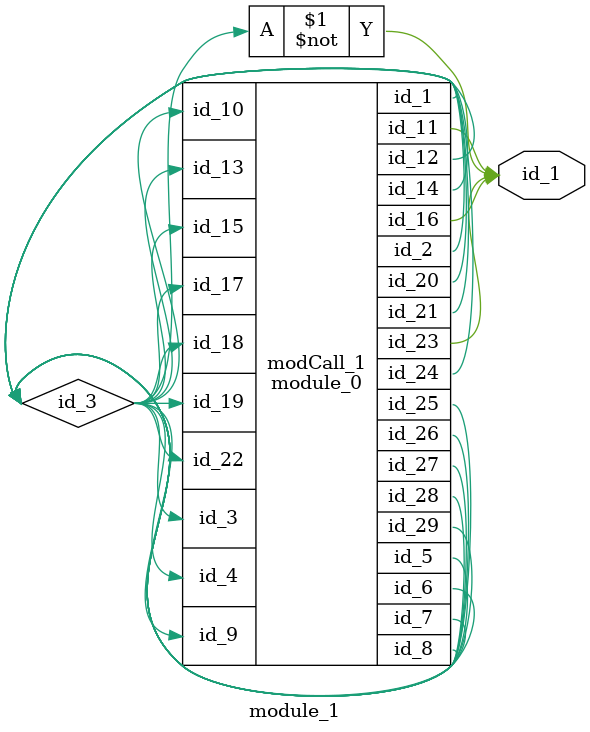
<source format=v>
module module_0 (
    id_1,
    id_2,
    id_3,
    id_4,
    id_5,
    id_6,
    id_7,
    id_8,
    id_9,
    id_10,
    id_11,
    id_12,
    id_13,
    id_14,
    id_15,
    id_16,
    id_17,
    id_18,
    id_19,
    id_20,
    id_21,
    id_22,
    id_23,
    id_24,
    id_25,
    id_26,
    id_27,
    id_28,
    id_29
);
  inout wire id_29;
  inout wire id_28;
  inout wire id_27;
  inout wire id_26;
  inout wire id_25;
  inout wire id_24;
  output wire id_23;
  input wire id_22;
  inout wire id_21;
  output wire id_20;
  input wire id_19;
  input wire id_18;
  input wire id_17;
  output wire id_16;
  input wire id_15;
  inout wire id_14;
  input wire id_13;
  inout wire id_12;
  output wire id_11;
  input wire id_10;
  input wire id_9;
  output wire id_8;
  output wire id_7;
  inout wire id_6;
  output wire id_5;
  input wire id_4;
  input wire id_3;
  inout wire id_2;
  inout wire id_1;
  wire id_30, id_31, id_32, id_33;
endmodule
module module_1 (
    id_1
);
  output wire id_1;
  wire id_3;
  not primCall (id_1, id_3);
  module_0 modCall_1 (
      id_3,
      id_3,
      id_3,
      id_3,
      id_3,
      id_3,
      id_3,
      id_3,
      id_3,
      id_3,
      id_1,
      id_3,
      id_3,
      id_3,
      id_3,
      id_1,
      id_3,
      id_3,
      id_3,
      id_3,
      id_3,
      id_3,
      id_1,
      id_3,
      id_3,
      id_3,
      id_3,
      id_3,
      id_3
  );
  wire id_4;
endmodule

</source>
